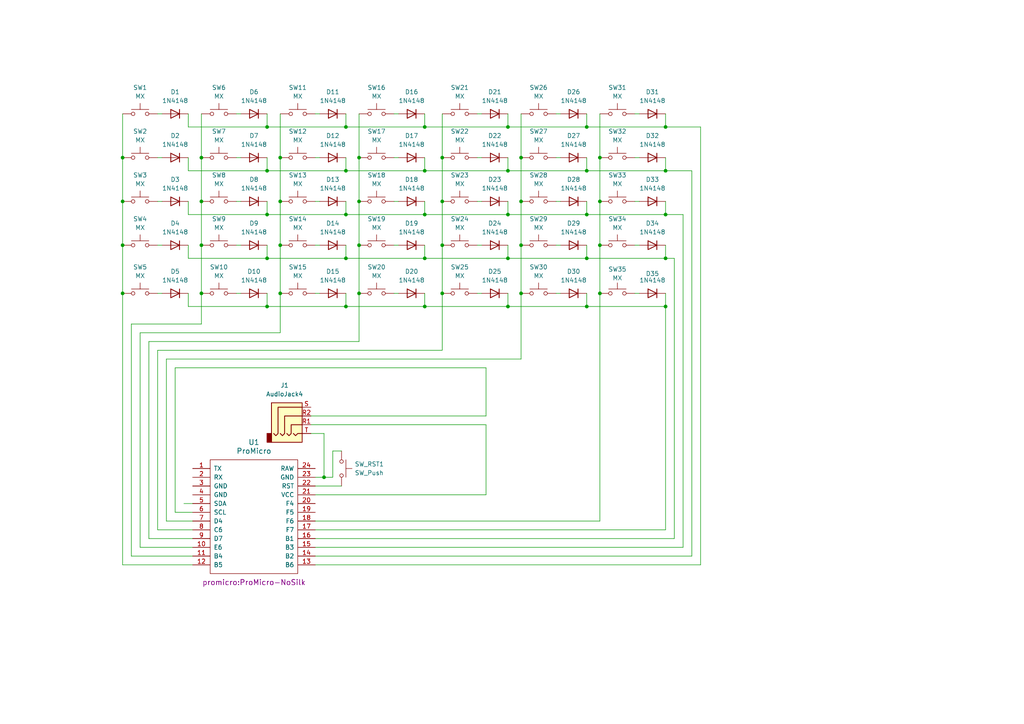
<source format=kicad_sch>
(kicad_sch (version 20230121) (generator eeschema)
  (paper "A4")
  (lib_symbols
    (symbol "Connector_Audio:AudioJack4"
      (property "Reference" "J" (at 0 8.89 0))
      (property "Value" "AudioJack4" (at 0 6.35 0))
      (symbol "AudioJack4_0_1"
        (rectangle (start -6.35 -5.08) (end -7.62 -7.62) (stroke (width 0.254)) (fill (type outline)))
        (polyline (pts (xy 0 -5.08) (xy 0.635 -5.715) (xy 1.27 -5.08) (xy 2.54 -5.08)) (stroke (width 0.254)))
        (polyline (pts (xy -5.715 -5.08) (xy -5.08 -5.715) (xy -4.445 -5.08) (xy -4.445 2.54) (xy 2.54 2.54)) (stroke (width 0.254)))
        (polyline (pts (xy -1.905 -5.08) (xy -1.27 -5.715) (xy -0.635 -5.08) (xy -0.635 -2.54) (xy 2.54 -2.54)) (stroke (width 0.254)))
        (polyline (pts (xy 2.54 0) (xy -2.54 0) (xy -2.54 -5.08) (xy -3.175 -5.715) (xy -3.81 -5.08)) (stroke (width 0.254)))
        (rectangle (start 2.54 3.81) (end -6.35 -7.62) (stroke (width 0.254)) (fill (type background)))
      )
      (symbol "AudioJack4_1_1"
        (pin passive line (at 5.08 -2.54 180) (length 2.54) (name "~") (number "R1"))
        (pin passive line (at 5.08 0 180) (length 2.54) (name "~") (number "R2"))
        (pin passive line (at 5.08 2.54 180) (length 2.54) (name "~") (number "S"))
        (pin passive line (at 5.08 -5.08 180) (length 2.54) (name "~") (number "T"))
      )
    )
    (symbol "Diode:1N4148" (pin_numbers hide) (pin_names hide)
      (property "Reference" "D" (at 0 2.54 0))
      (property "Value" "1N4148" (at 0 -2.54 0))
      (symbol "1N4148_0_1"
        (polyline (pts (xy -1.27 1.27) (xy -1.27 -1.27)) (stroke (width 0.254)))
        (polyline (pts (xy 1.27 0) (xy -1.27 0)))
        (polyline (pts (xy 1.27 1.27) (xy 1.27 -1.27) (xy -1.27 0) (xy 1.27 1.27)) (stroke (width 0.254)))
      )
      (symbol "1N4148_1_1"
        (pin passive line (at -3.81 0 0) (length 2.54) (name "K") (number "1"))
        (pin passive line (at 3.81 0 180) (length 2.54) (name "A") (number "2"))
      )
    )
    (symbol "Switch:SW_Push" (pin_numbers hide) (pin_names (offset 1.016) hide)
      (property "Reference" "SW" (at 1.27 2.54 0))
      (property "Value" "SW_Push" (at 0 -1.524 0))
      (symbol "SW_Push_0_1"
        (circle (center -2.032 0) (radius 0.508))
        (polyline (pts (xy 0 1.27) (xy 0 3.048)))
        (polyline (pts (xy 2.54 1.27) (xy -2.54 1.27)))
        (circle (center 2.032 0) (radius 0.508))
        (pin passive line (at -5.08 0 0) (length 2.54) (name "1") (number "1"))
        (pin passive line (at 5.08 0 180) (length 2.54) (name "2") (number "2"))
      )
    )
    (symbol "promicro:ProMicro" (pin_names (offset 1.016))
      (property "Reference" "U" (at 0 24.13 0))
      (property "Value" "ProMicro" (at 0 -13.97 0))
      (symbol "ProMicro_0_1"
        (rectangle (start -12.7 21.59) (end 12.7 -11.43))
      )
      (symbol "ProMicro_1_1"
        (pin bidirectional line (at -17.78 19.05 0) (length 5.08) (name "TX") (number "1"))
        (pin bidirectional line (at -17.78 -3.81 0) (length 5.08) (name "E6") (number "10"))
        (pin bidirectional line (at -17.78 -6.35 0) (length 5.08) (name "B4") (number "11"))
        (pin bidirectional line (at -17.78 -8.89 0) (length 5.08) (name "B5") (number "12"))
        (pin bidirectional line (at 17.78 -8.89 180) (length 5.08) (name "B6") (number "13"))
        (pin bidirectional line (at 17.78 -6.35 180) (length 5.08) (name "B2") (number "14"))
        (pin bidirectional line (at 17.78 -3.81 180) (length 5.08) (name "B3") (number "15"))
        (pin bidirectional line (at 17.78 -1.27 180) (length 5.08) (name "B1") (number "16"))
        (pin bidirectional line (at 17.78 1.27 180) (length 5.08) (name "F7") (number "17"))
        (pin bidirectional line (at 17.78 3.81 180) (length 5.08) (name "F6") (number "18"))
        (pin bidirectional line (at 17.78 6.35 180) (length 5.08) (name "F5") (number "19"))
        (pin bidirectional line (at -17.78 16.51 0) (length 5.08) (name "RX") (number "2"))
        (pin bidirectional line (at 17.78 8.89 180) (length 5.08) (name "F4") (number "20"))
        (pin power_in line (at 17.78 11.43 180) (length 5.08) (name "VCC") (number "21"))
        (pin input line (at 17.78 13.97 180) (length 5.08) (name "RST") (number "22"))
        (pin power_in line (at 17.78 16.51 180) (length 5.08) (name "GND") (number "23"))
        (pin power_out line (at 17.78 19.05 180) (length 5.08) (name "RAW") (number "24"))
        (pin power_in line (at -17.78 13.97 0) (length 5.08) (name "GND") (number "3"))
        (pin power_in line (at -17.78 11.43 0) (length 5.08) (name "GND") (number "4"))
        (pin bidirectional line (at -17.78 8.89 0) (length 5.08) (name "SDA") (number "5"))
        (pin bidirectional line (at -17.78 6.35 0) (length 5.08) (name "SCL") (number "6"))
        (pin bidirectional line (at -17.78 3.81 0) (length 5.08) (name "D4") (number "7"))
        (pin bidirectional line (at -17.78 1.27 0) (length 5.08) (name "C6") (number "8"))
        (pin bidirectional line (at -17.78 -1.27 0) (length 5.08) (name "D7") (number "9"))
      )
    )
  )
  (junction (at 104.14 85.09))
  (junction (at 128.27 71.12))
  (junction (at 58.42 45.72))
  (junction (at 170.18 49.53))
  (junction (at 193.04 49.53))
  (junction (at 100.33 49.53))
  (junction (at 104.14 45.72))
  (junction (at 81.28 71.12))
  (junction (at 151.13 85.09))
  (junction (at 193.04 36.83))
  (junction (at 151.13 71.12))
  (junction (at 58.42 71.12))
  (junction (at 147.32 88.9))
  (junction (at 100.33 74.93))
  (junction (at 147.32 62.23))
  (junction (at 104.14 71.12))
  (junction (at 123.19 62.23))
  (junction (at 170.18 88.9))
  (junction (at 77.47 74.93))
  (junction (at 123.19 88.9))
  (junction (at 100.33 88.9))
  (junction (at 100.33 62.23))
  (junction (at 81.28 45.72))
  (junction (at 147.32 36.83))
  (junction (at 104.14 58.42))
  (junction (at 35.56 85.09))
  (junction (at 193.04 62.23))
  (junction (at 123.19 36.83))
  (junction (at 193.04 74.93))
  (junction (at 58.42 58.42))
  (junction (at 170.18 36.83))
  (junction (at 173.99 58.42))
  (junction (at 35.56 45.72))
  (junction (at 147.32 49.53))
  (junction (at 77.47 49.53))
  (junction (at 128.27 45.72))
  (junction (at 170.18 74.93))
  (junction (at 151.13 58.42))
  (junction (at 173.99 71.12))
  (junction (at 81.28 58.42))
  (junction (at 173.99 85.09))
  (junction (at 170.18 62.23))
  (junction (at 147.32 74.93))
  (junction (at 151.13 45.72))
  (junction (at 77.47 62.23))
  (junction (at 35.56 71.12))
  (junction (at 77.47 88.9))
  (junction (at 77.47 36.83))
  (junction (at 128.27 85.09))
  (junction (at 193.04 88.9))
  (junction (at 123.19 74.93))
  (junction (at 123.19 49.53))
  (junction (at 35.56 58.42))
  (junction (at 173.99 45.72))
  (junction (at 81.28 85.09))
  (junction (at 93.98 138.43))
  (junction (at 58.42 85.09))
  (junction (at 128.27 58.42))
  (junction (at 100.33 36.83))
  (wire (pts (xy 195.58 74.93) (xy 195.58 156.21)))
  (wire (pts (xy 198.12 62.23) (xy 198.12 158.75)))
  (wire (pts (xy 54.61 85.09) (xy 54.61 88.9)))
  (wire (pts (xy 35.56 71.12) (xy 35.56 85.09)))
  (wire (pts (xy 203.2 36.83) (xy 203.2 163.83)))
  (wire (pts (xy 68.58 33.02) (xy 69.85 33.02)))
  (wire (pts (xy 81.28 45.72) (xy 81.28 58.42)))
  (wire (pts (xy 193.04 71.12) (xy 193.04 74.93)))
  (wire (pts (xy 193.04 88.9) (xy 193.04 153.67)))
  (wire (pts (xy 50.8 148.59) (xy 50.8 106.68)))
  (wire (pts (xy 140.97 143.51) (xy 140.97 123.19)))
  (wire (pts (xy 77.47 58.42) (xy 77.47 62.23)))
  (wire (pts (xy 161.29 33.02) (xy 162.56 33.02)))
  (wire (pts (xy 100.33 58.42) (xy 100.33 62.23)))
  (wire (pts (xy 48.26 151.13) (xy 55.88 151.13)))
  (wire (pts (xy 173.99 85.09) (xy 173.99 151.13)))
  (wire (pts (xy 68.58 85.09) (xy 69.85 85.09)))
  (wire (pts (xy 138.43 45.72) (xy 139.7 45.72)))
  (wire (pts (xy 184.15 85.09) (xy 185.42 85.09)))
  (wire (pts (xy 151.13 33.02) (xy 151.13 45.72)))
  (wire (pts (xy 170.18 62.23) (xy 193.04 62.23)))
  (wire (pts (xy 68.58 71.12) (xy 69.85 71.12)))
  (wire (pts (xy 48.26 104.14) (xy 151.13 104.14)))
  (wire (pts (xy 100.33 36.83) (xy 123.19 36.83)))
  (wire (pts (xy 81.28 71.12) (xy 81.28 85.09)))
  (wire (pts (xy 81.28 58.42) (xy 81.28 71.12)))
  (wire (pts (xy 147.32 36.83) (xy 170.18 36.83)))
  (wire (pts (xy 151.13 104.14) (xy 151.13 85.09)))
  (wire (pts (xy 170.18 45.72) (xy 170.18 49.53)))
  (wire (pts (xy 173.99 33.02) (xy 173.99 45.72)))
  (wire (pts (xy 91.44 58.42) (xy 92.71 58.42)))
  (wire (pts (xy 114.3 85.09) (xy 115.57 85.09)))
  (wire (pts (xy 193.04 45.72) (xy 193.04 49.53)))
  (wire (pts (xy 38.1 93.98) (xy 58.42 93.98)))
  (wire (pts (xy 58.42 71.12) (xy 58.42 85.09)))
  (wire (pts (xy 147.32 62.23) (xy 123.19 62.23)))
  (wire (pts (xy 147.32 58.42) (xy 147.32 62.23)))
  (wire (pts (xy 55.88 153.67) (xy 45.72 153.67)))
  (wire (pts (xy 45.72 45.72) (xy 46.99 45.72)))
  (wire (pts (xy 91.44 45.72) (xy 92.71 45.72)))
  (wire (pts (xy 114.3 58.42) (xy 115.57 58.42)))
  (wire (pts (xy 91.44 138.43) (xy 93.98 138.43)))
  (wire (pts (xy 58.42 93.98) (xy 58.42 85.09)))
  (wire (pts (xy 147.32 45.72) (xy 147.32 49.53)))
  (wire (pts (xy 170.18 36.83) (xy 193.04 36.83)))
  (wire (pts (xy 40.64 158.75) (xy 40.64 96.52)))
  (wire (pts (xy 161.29 71.12) (xy 162.56 71.12)))
  (wire (pts (xy 91.44 85.09) (xy 92.71 85.09)))
  (wire (pts (xy 151.13 85.09) (xy 151.13 71.12)))
  (wire (pts (xy 147.32 85.09) (xy 147.32 88.9)))
  (wire (pts (xy 81.28 33.02) (xy 81.28 45.72)))
  (wire (pts (xy 100.33 62.23) (xy 77.47 62.23)))
  (wire (pts (xy 91.44 33.02) (xy 92.71 33.02)))
  (wire (pts (xy 91.44 156.21) (xy 195.58 156.21)))
  (wire (pts (xy 38.1 161.29) (xy 38.1 93.98)))
  (wire (pts (xy 35.56 45.72) (xy 35.56 58.42)))
  (wire (pts (xy 193.04 36.83) (xy 203.2 36.83)))
  (wire (pts (xy 68.58 45.72) (xy 69.85 45.72)))
  (wire (pts (xy 77.47 33.02) (xy 77.47 36.83)))
  (wire (pts (xy 93.98 125.73) (xy 90.17 125.73)))
  (wire (pts (xy 45.72 101.6) (xy 128.27 101.6)))
  (wire (pts (xy 54.61 45.72) (xy 54.61 49.53)))
  (wire (pts (xy 161.29 45.72) (xy 162.56 45.72)))
  (wire (pts (xy 54.61 74.93) (xy 54.61 71.12)))
  (wire (pts (xy 193.04 74.93) (xy 170.18 74.93)))
  (wire (pts (xy 123.19 36.83) (xy 147.32 36.83)))
  (wire (pts (xy 104.14 45.72) (xy 104.14 58.42)))
  (wire (pts (xy 100.33 85.09) (xy 100.33 88.9)))
  (wire (pts (xy 54.61 36.83) (xy 77.47 36.83)))
  (wire (pts (xy 58.42 33.02) (xy 58.42 45.72)))
  (wire (pts (xy 123.19 71.12) (xy 123.19 74.93)))
  (wire (pts (xy 147.32 33.02) (xy 147.32 36.83)))
  (wire (pts (xy 55.88 156.21) (xy 43.18 156.21)))
  (wire (pts (xy 193.04 33.02) (xy 193.04 36.83)))
  (wire (pts (xy 173.99 71.12) (xy 173.99 58.42)))
  (wire (pts (xy 123.19 74.93) (xy 100.33 74.93)))
  (wire (pts (xy 123.19 45.72) (xy 123.19 49.53)))
  (wire (pts (xy 193.04 62.23) (xy 198.12 62.23)))
  (wire (pts (xy 35.56 33.02) (xy 35.56 45.72)))
  (wire (pts (xy 138.43 33.02) (xy 139.7 33.02)))
  (wire (pts (xy 45.72 33.02) (xy 46.99 33.02)))
  (wire (pts (xy 45.72 71.12) (xy 46.99 71.12)))
  (wire (pts (xy 123.19 49.53) (xy 147.32 49.53)))
  (wire (pts (xy 91.44 143.51) (xy 140.97 143.51)))
  (wire (pts (xy 140.97 106.68) (xy 140.97 120.65)))
  (wire (pts (xy 77.47 88.9) (xy 54.61 88.9)))
  (wire (pts (xy 173.99 151.13) (xy 91.44 151.13)))
  (wire (pts (xy 193.04 49.53) (xy 200.66 49.53)))
  (wire (pts (xy 40.64 96.52) (xy 81.28 96.52)))
  (wire (pts (xy 123.19 33.02) (xy 123.19 36.83)))
  (wire (pts (xy 100.33 49.53) (xy 123.19 49.53)))
  (wire (pts (xy 123.19 58.42) (xy 123.19 62.23)))
  (wire (pts (xy 91.44 140.97) (xy 99.06 140.97)))
  (wire (pts (xy 147.32 62.23) (xy 170.18 62.23)))
  (wire (pts (xy 123.19 85.09) (xy 123.19 88.9)))
  (wire (pts (xy 35.56 163.83) (xy 55.88 163.83)))
  (wire (pts (xy 138.43 58.42) (xy 139.7 58.42)))
  (wire (pts (xy 170.18 58.42) (xy 170.18 62.23)))
  (wire (pts (xy 96.52 130.81) (xy 99.06 130.81)))
  (wire (pts (xy 128.27 33.02) (xy 128.27 45.72)))
  (wire (pts (xy 114.3 45.72) (xy 115.57 45.72)))
  (wire (pts (xy 138.43 71.12) (xy 139.7 71.12)))
  (wire (pts (xy 184.15 71.12) (xy 185.42 71.12)))
  (wire (pts (xy 193.04 88.9) (xy 170.18 88.9)))
  (wire (pts (xy 91.44 153.67) (xy 193.04 153.67)))
  (wire (pts (xy 170.18 49.53) (xy 193.04 49.53)))
  (wire (pts (xy 77.47 45.72) (xy 77.47 49.53)))
  (wire (pts (xy 128.27 101.6) (xy 128.27 85.09)))
  (wire (pts (xy 104.14 71.12) (xy 104.14 85.09)))
  (wire (pts (xy 58.42 58.42) (xy 58.42 71.12)))
  (wire (pts (xy 147.32 49.53) (xy 170.18 49.53)))
  (wire (pts (xy 100.33 74.93) (xy 77.47 74.93)))
  (wire (pts (xy 100.33 33.02) (xy 100.33 36.83)))
  (wire (pts (xy 161.29 58.42) (xy 162.56 58.42)))
  (wire (pts (xy 100.33 88.9) (xy 77.47 88.9)))
  (wire (pts (xy 55.88 148.59) (xy 50.8 148.59)))
  (wire (pts (xy 35.56 85.09) (xy 35.56 163.83)))
  (wire (pts (xy 43.18 156.21) (xy 43.18 99.06)))
  (wire (pts (xy 55.88 161.29) (xy 38.1 161.29)))
  (wire (pts (xy 170.18 88.9) (xy 147.32 88.9)))
  (wire (pts (xy 200.66 49.53) (xy 200.66 161.29)))
  (wire (pts (xy 173.99 71.12) (xy 173.99 85.09)))
  (wire (pts (xy 147.32 88.9) (xy 123.19 88.9)))
  (wire (pts (xy 45.72 85.09) (xy 46.99 85.09)))
  (wire (pts (xy 54.61 33.02) (xy 54.61 36.83)))
  (wire (pts (xy 91.44 158.75) (xy 198.12 158.75)))
  (wire (pts (xy 58.42 45.72) (xy 58.42 58.42)))
  (wire (pts (xy 100.33 45.72) (xy 100.33 49.53)))
  (wire (pts (xy 55.88 146.05) (xy 53.34 146.05)))
  (wire (pts (xy 93.98 138.43) (xy 93.98 125.73)))
  (wire (pts (xy 45.72 58.42) (xy 46.99 58.42)))
  (wire (pts (xy 123.19 62.23) (xy 100.33 62.23)))
  (wire (pts (xy 77.47 49.53) (xy 100.33 49.53)))
  (wire (pts (xy 170.18 71.12) (xy 170.18 74.93)))
  (wire (pts (xy 193.04 85.09) (xy 193.04 88.9)))
  (wire (pts (xy 100.33 71.12) (xy 100.33 74.93)))
  (wire (pts (xy 151.13 45.72) (xy 151.13 58.42)))
  (wire (pts (xy 123.19 88.9) (xy 100.33 88.9)))
  (wire (pts (xy 43.18 99.06) (xy 104.14 99.06)))
  (wire (pts (xy 170.18 33.02) (xy 170.18 36.83)))
  (wire (pts (xy 128.27 45.72) (xy 128.27 58.42)))
  (wire (pts (xy 151.13 58.42) (xy 151.13 71.12)))
  (wire (pts (xy 90.17 120.65) (xy 140.97 120.65)))
  (wire (pts (xy 68.58 58.42) (xy 69.85 58.42)))
  (wire (pts (xy 50.8 106.68) (xy 140.97 106.68)))
  (wire (pts (xy 128.27 71.12) (xy 128.27 85.09)))
  (wire (pts (xy 54.61 62.23) (xy 54.61 58.42)))
  (wire (pts (xy 77.47 36.83) (xy 100.33 36.83)))
  (wire (pts (xy 170.18 85.09) (xy 170.18 88.9)))
  (wire (pts (xy 77.47 74.93) (xy 54.61 74.93)))
  (wire (pts (xy 35.56 58.42) (xy 35.56 71.12)))
  (wire (pts (xy 55.88 158.75) (xy 40.64 158.75)))
  (wire (pts (xy 91.44 163.83) (xy 203.2 163.83)))
  (wire (pts (xy 193.04 58.42) (xy 193.04 62.23)))
  (wire (pts (xy 77.47 85.09) (xy 77.47 88.9)))
  (wire (pts (xy 114.3 71.12) (xy 115.57 71.12)))
  (wire (pts (xy 184.15 33.02) (xy 185.42 33.02)))
  (wire (pts (xy 91.44 161.29) (xy 200.66 161.29)))
  (wire (pts (xy 77.47 62.23) (xy 54.61 62.23)))
  (wire (pts (xy 161.29 85.09) (xy 162.56 85.09)))
  (wire (pts (xy 91.44 71.12) (xy 92.71 71.12)))
  (wire (pts (xy 114.3 33.02) (xy 115.57 33.02)))
  (wire (pts (xy 48.26 104.14) (xy 48.26 151.13)))
  (wire (pts (xy 54.61 49.53) (xy 77.47 49.53)))
  (wire (pts (xy 195.58 74.93) (xy 193.04 74.93)))
  (wire (pts (xy 81.28 96.52) (xy 81.28 85.09)))
  (wire (pts (xy 184.15 45.72) (xy 185.42 45.72)))
  (wire (pts (xy 147.32 71.12) (xy 147.32 74.93)))
  (wire (pts (xy 173.99 58.42) (xy 173.99 45.72)))
  (wire (pts (xy 128.27 58.42) (xy 128.27 71.12)))
  (wire (pts (xy 93.98 138.43) (xy 96.52 138.43)))
  (wire (pts (xy 104.14 58.42) (xy 104.14 71.12)))
  (wire (pts (xy 45.72 153.67) (xy 45.72 101.6)))
  (wire (pts (xy 170.18 74.93) (xy 147.32 74.93)))
  (wire (pts (xy 140.97 123.19) (xy 90.17 123.19)))
  (wire (pts (xy 77.47 71.12) (xy 77.47 74.93)))
  (wire (pts (xy 184.15 58.42) (xy 185.42 58.42)))
  (wire (pts (xy 104.14 99.06) (xy 104.14 85.09)))
  (wire (pts (xy 138.43 85.09) (xy 139.7 85.09)))
  (wire (pts (xy 104.14 33.02) (xy 104.14 45.72)))
  (wire (pts (xy 147.32 74.93) (xy 123.19 74.93)))
  (wire (pts (xy 96.52 138.43) (xy 96.52 130.81)))
  (symbol (lib_id "Diode:1N4148") (at 119.38 71.12 0) (mirror y) (unit 1)
    (property "Reference" "D19" (at 119.38 64.77 0))
    (property "Value" "1N4148" (at 119.38 67.31 0))
    (property "Footprint" "Diode_THT:D_DO-35_SOD27_P7.62mm_Horizontal" (effects hide))
    (property "Datasheet" "https://assets.nexperia.com/documents/data-sheet/1N4148_1N4448.pdf" (effects hide))
    (property "Sim.Device" "D" (effects hide))
    (property "Sim.Pins" "1=K 2=A" (effects hide))
  )
  (symbol (lib_id "Switch:SW_Push") (at 40.64 85.09 0) (mirror y) (unit 1)
    (property "Reference" "SW5" (at 40.64 77.47 0))
    (property "Value" "MX" (at 40.64 80.01 0))
    (property "Footprint" "Button_Switch_Keyboard:SW_Cherry_MX_1.00u_PCB" (effects hide))
  )
  (symbol (lib_id "Diode:1N4148") (at 50.8 85.09 0) (mirror y) (unit 1)
    (property "Reference" "D5" (at 50.8 78.74 0))
    (property "Value" "1N4148" (at 50.8 81.28 0))
    (property "Footprint" "Diode_THT:D_DO-35_SOD27_P7.62mm_Horizontal" (effects hide))
    (property "Datasheet" "https://assets.nexperia.com/documents/data-sheet/1N4148_1N4448.pdf" (effects hide))
    (property "Sim.Device" "D" (effects hide))
    (property "Sim.Pins" "1=K 2=A" (effects hide))
  )
  (symbol (lib_id "Switch:SW_Push") (at 133.35 58.42 0) (mirror y) (unit 1)
    (property "Reference" "SW23" (at 133.35 50.8 0))
    (property "Value" "MX" (at 133.35 53.34 0))
    (property "Footprint" "Button_Switch_Keyboard:SW_Cherry_MX_1.00u_PCB" (effects hide))
  )
  (symbol (lib_id "Switch:SW_Push") (at 156.21 45.72 0) (mirror y) (unit 1)
    (property "Reference" "SW27" (at 156.21 38.1 0))
    (property "Value" "MX" (at 156.21 40.64 0))
    (property "Footprint" "Button_Switch_Keyboard:SW_Cherry_MX_1.00u_PCB" (effects hide))
  )
  (symbol (lib_id "Switch:SW_Push") (at 133.35 71.12 0) (mirror y) (unit 1)
    (property "Reference" "SW24" (at 133.35 63.5 0))
    (property "Value" "MX" (at 133.35 66.04 0))
    (property "Footprint" "Button_Switch_Keyboard:SW_Cherry_MX_1.00u_PCB" (effects hide))
  )
  (symbol (lib_id "Diode:1N4148") (at 166.37 33.02 0) (mirror y) (unit 1)
    (property "Reference" "D26" (at 166.37 26.67 0))
    (property "Value" "1N4148" (at 166.37 29.21 0))
    (property "Footprint" "Diode_THT:D_DO-35_SOD27_P7.62mm_Horizontal" (effects hide))
    (property "Datasheet" "https://assets.nexperia.com/documents/data-sheet/1N4148_1N4448.pdf" (effects hide))
    (property "Sim.Device" "D" (effects hide))
    (property "Sim.Pins" "1=K 2=A" (effects hide))
  )
  (symbol (lib_id "Switch:SW_Push") (at 156.21 71.12 0) (mirror y) (unit 1)
    (property "Reference" "SW29" (at 156.21 63.5 0))
    (property "Value" "MX" (at 156.21 66.04 0))
    (property "Footprint" "Button_Switch_Keyboard:SW_Cherry_MX_1.00u_PCB" (effects hide))
  )
  (symbol (lib_id "Connector_Audio:AudioJack4") (at 85.09 120.65 0) (unit 1)
    (property "Reference" "J1" (at 82.55 111.76 0))
    (property "Value" "AudioJack4" (at 82.55 114.3 0))
    (property "Footprint" "project-components:Jack breakout board" (effects hide))
  )
  (symbol (lib_id "Switch:SW_Push") (at 179.07 45.72 0) (mirror y) (unit 1)
    (property "Reference" "SW32" (at 179.07 38.1 0))
    (property "Value" "MX" (at 179.07 40.64 0))
    (property "Footprint" "Button_Switch_Keyboard:SW_Cherry_MX_1.00u_PCB" (effects hide))
  )
  (symbol (lib_id "Diode:1N4148") (at 96.52 45.72 0) (mirror y) (unit 1)
    (property "Reference" "D12" (at 96.52 39.37 0))
    (property "Value" "1N4148" (at 96.52 41.91 0))
    (property "Footprint" "Diode_THT:D_DO-35_SOD27_P7.62mm_Horizontal" (effects hide))
    (property "Datasheet" "https://assets.nexperia.com/documents/data-sheet/1N4148_1N4448.pdf" (effects hide))
    (property "Sim.Device" "D" (effects hide))
    (property "Sim.Pins" "1=K 2=A" (effects hide))
  )
  (symbol (lib_id "Diode:1N4148") (at 119.38 33.02 0) (mirror y) (unit 1)
    (property "Reference" "D16" (at 119.38 26.67 0))
    (property "Value" "1N4148" (at 119.38 29.21 0))
    (property "Footprint" "Diode_THT:D_DO-35_SOD27_P7.62mm_Horizontal" (effects hide))
    (property "Datasheet" "https://assets.nexperia.com/documents/data-sheet/1N4148_1N4448.pdf" (effects hide))
    (property "Sim.Device" "D" (effects hide))
    (property "Sim.Pins" "1=K 2=A" (effects hide))
  )
  (symbol (lib_id "Switch:SW_Push") (at 99.06 135.89 270) (unit 1)
    (property "Reference" "SW_RST1" (at 102.87 134.62 90) (effects (justify left)))
    (property "Value" "SW_Push" (at 102.87 137.16 90) (effects (justify left)))
    (property "Footprint" "Button_Switch_THT:SW_PUSH_6mm" (effects hide))
  )
  (symbol (lib_id "Switch:SW_Push") (at 133.35 85.09 0) (mirror y) (unit 1)
    (property "Reference" "SW25" (at 133.35 77.47 0))
    (property "Value" "MX" (at 133.35 80.01 0))
    (property "Footprint" "Button_Switch_Keyboard:SW_Cherry_MX_1.00u_PCB" (effects hide))
  )
  (symbol (lib_id "Diode:1N4148") (at 73.66 71.12 0) (mirror y) (unit 1)
    (property "Reference" "D9" (at 73.66 64.77 0))
    (property "Value" "1N4148" (at 73.66 67.31 0))
    (property "Footprint" "Diode_THT:D_DO-35_SOD27_P7.62mm_Horizontal" (effects hide))
    (property "Datasheet" "https://assets.nexperia.com/documents/data-sheet/1N4148_1N4448.pdf" (effects hide))
    (property "Sim.Device" "D" (effects hide))
    (property "Sim.Pins" "1=K 2=A" (effects hide))
  )
  (symbol (lib_id "Diode:1N4148") (at 50.8 33.02 0) (mirror y) (unit 1)
    (property "Reference" "D1" (at 50.8 26.67 0))
    (property "Value" "1N4148" (at 50.8 29.21 0))
    (property "Footprint" "Diode_THT:D_DO-35_SOD27_P7.62mm_Horizontal" (effects hide))
    (property "Datasheet" "https://assets.nexperia.com/documents/data-sheet/1N4148_1N4448.pdf" (effects hide))
    (property "Sim.Device" "D" (effects hide))
    (property "Sim.Pins" "1=K 2=A" (effects hide))
  )
  (symbol (lib_id "Diode:1N4148") (at 166.37 45.72 0) (mirror y) (unit 1)
    (property "Reference" "D27" (at 166.37 39.37 0))
    (property "Value" "1N4148" (at 166.37 41.91 0))
    (property "Footprint" "Diode_THT:D_DO-35_SOD27_P7.62mm_Horizontal" (effects hide))
    (property "Datasheet" "https://assets.nexperia.com/documents/data-sheet/1N4148_1N4448.pdf" (effects hide))
    (property "Sim.Device" "D" (effects hide))
    (property "Sim.Pins" "1=K 2=A" (effects hide))
  )
  (symbol (lib_id "Diode:1N4148") (at 96.52 33.02 0) (mirror y) (unit 1)
    (property "Reference" "D11" (at 96.52 26.67 0))
    (property "Value" "1N4148" (at 96.52 29.21 0))
    (property "Footprint" "Diode_THT:D_DO-35_SOD27_P7.62mm_Horizontal" (effects hide))
    (property "Datasheet" "https://assets.nexperia.com/documents/data-sheet/1N4148_1N4448.pdf" (effects hide))
    (property "Sim.Device" "D" (effects hide))
    (property "Sim.Pins" "1=K 2=A" (effects hide))
  )
  (symbol (lib_id "Diode:1N4148") (at 143.51 85.09 0) (mirror y) (unit 1)
    (property "Reference" "D25" (at 143.51 78.74 0))
    (property "Value" "1N4148" (at 143.51 81.28 0))
    (property "Footprint" "Diode_THT:D_DO-35_SOD27_P7.62mm_Horizontal" (effects hide))
    (property "Datasheet" "https://assets.nexperia.com/documents/data-sheet/1N4148_1N4448.pdf" (effects hide))
    (property "Sim.Device" "D" (effects hide))
    (property "Sim.Pins" "1=K 2=A" (effects hide))
  )
  (symbol (lib_id "Switch:SW_Push") (at 109.22 45.72 0) (mirror y) (unit 1)
    (property "Reference" "SW17" (at 109.22 38.1 0))
    (property "Value" "MX" (at 109.22 40.64 0))
    (property "Footprint" "Button_Switch_Keyboard:SW_Cherry_MX_1.00u_PCB" (effects hide))
  )
  (symbol (lib_id "Diode:1N4148") (at 166.37 85.09 0) (mirror y) (unit 1)
    (property "Reference" "D30" (at 166.37 78.74 0))
    (property "Value" "1N4148" (at 166.37 81.28 0))
    (property "Footprint" "Diode_THT:D_DO-35_SOD27_P7.62mm_Horizontal" (effects hide))
    (property "Datasheet" "https://assets.nexperia.com/documents/data-sheet/1N4148_1N4448.pdf" (effects hide))
    (property "Sim.Device" "D" (effects hide))
    (property "Sim.Pins" "1=K 2=A" (effects hide))
  )
  (symbol (lib_id "Switch:SW_Push") (at 133.35 33.02 0) (mirror y) (unit 1)
    (property "Reference" "SW21" (at 133.35 25.4 0))
    (property "Value" "MX" (at 133.35 27.94 0))
    (property "Footprint" "Button_Switch_Keyboard:SW_Cherry_MX_1.00u_PCB" (effects hide))
  )
  (symbol (lib_id "Diode:1N4148") (at 166.37 58.42 0) (mirror y) (unit 1)
    (property "Reference" "D28" (at 166.37 52.07 0))
    (property "Value" "1N4148" (at 166.37 54.61 0))
    (property "Footprint" "Diode_THT:D_DO-35_SOD27_P7.62mm_Horizontal" (effects hide))
    (property "Datasheet" "https://assets.nexperia.com/documents/data-sheet/1N4148_1N4448.pdf" (effects hide))
    (property "Sim.Device" "D" (effects hide))
    (property "Sim.Pins" "1=K 2=A" (effects hide))
  )
  (symbol (lib_id "Switch:SW_Push") (at 63.5 71.12 0) (mirror y) (unit 1)
    (property "Reference" "SW9" (at 63.5 63.5 0))
    (property "Value" "MX" (at 63.5 66.04 0))
    (property "Footprint" "Button_Switch_Keyboard:SW_Cherry_MX_1.00u_PCB" (effects hide))
  )
  (symbol (lib_id "Switch:SW_Push") (at 156.21 85.09 0) (mirror y) (unit 1)
    (property "Reference" "SW30" (at 156.21 77.47 0))
    (property "Value" "MX" (at 156.21 80.01 0))
    (property "Footprint" "Button_Switch_Keyboard:SW_Cherry_MX_1.00u_PCB" (effects hide))
  )
  (symbol (lib_id "Diode:1N4148") (at 189.23 58.42 0) (mirror y) (unit 1)
    (property "Reference" "D33" (at 189.23 52.07 0))
    (property "Value" "1N4148" (at 189.23 54.61 0))
    (property "Footprint" "Diode_THT:D_DO-35_SOD27_P7.62mm_Horizontal" (effects hide))
    (property "Datasheet" "https://assets.nexperia.com/documents/data-sheet/1N4148_1N4448.pdf" (effects hide))
    (property "Sim.Device" "D" (effects hide))
    (property "Sim.Pins" "1=K 2=A" (effects hide))
  )
  (symbol (lib_id "Switch:SW_Push") (at 86.36 85.09 0) (mirror y) (unit 1)
    (property "Reference" "SW15" (at 86.36 77.47 0))
    (property "Value" "MX" (at 86.36 80.01 0))
    (property "Footprint" "Button_Switch_Keyboard:SW_Cherry_MX_1.00u_PCB" (effects hide))
  )
  (symbol (lib_id "Diode:1N4148") (at 73.66 33.02 0) (mirror y) (unit 1)
    (property "Reference" "D6" (at 73.66 26.67 0))
    (property "Value" "1N4148" (at 73.66 29.21 0))
    (property "Footprint" "Diode_THT:D_DO-35_SOD27_P7.62mm_Horizontal" (effects hide))
    (property "Datasheet" "https://assets.nexperia.com/documents/data-sheet/1N4148_1N4448.pdf" (effects hide))
    (property "Sim.Device" "D" (effects hide))
    (property "Sim.Pins" "1=K 2=A" (effects hide))
  )
  (symbol (lib_id "Diode:1N4148") (at 189.23 71.12 0) (mirror y) (unit 1)
    (property "Reference" "D34" (at 189.23 64.77 0))
    (property "Value" "1N4148" (at 189.23 67.31 0))
    (property "Footprint" "Diode_THT:D_DO-35_SOD27_P7.62mm_Horizontal" (effects hide))
    (property "Datasheet" "https://assets.nexperia.com/documents/data-sheet/1N4148_1N4448.pdf" (effects hide))
    (property "Sim.Device" "D" (effects hide))
    (property "Sim.Pins" "1=K 2=A" (effects hide))
  )
  (symbol (lib_id "Switch:SW_Push") (at 133.35 45.72 0) (mirror y) (unit 1)
    (property "Reference" "SW22" (at 133.35 38.1 0))
    (property "Value" "MX" (at 133.35 40.64 0))
    (property "Footprint" "Button_Switch_Keyboard:SW_Cherry_MX_1.00u_PCB" (effects hide))
  )
  (symbol (lib_id "Switch:SW_Push") (at 179.07 33.02 0) (mirror y) (unit 1)
    (property "Reference" "SW31" (at 179.07 25.4 0))
    (property "Value" "MX" (at 179.07 27.94 0))
    (property "Footprint" "Button_Switch_Keyboard:SW_Cherry_MX_1.00u_PCB" (effects hide))
  )
  (symbol (lib_id "Switch:SW_Push") (at 109.22 85.09 0) (mirror y) (unit 1)
    (property "Reference" "SW20" (at 109.22 77.47 0))
    (property "Value" "MX" (at 109.22 80.01 0))
    (property "Footprint" "Button_Switch_Keyboard:SW_Cherry_MX_1.00u_PCB" (effects hide))
  )
  (symbol (lib_id "Diode:1N4148") (at 119.38 58.42 0) (mirror y) (unit 1)
    (property "Reference" "D18" (at 119.38 52.07 0))
    (property "Value" "1N4148" (at 119.38 54.61 0))
    (property "Footprint" "Diode_THT:D_DO-35_SOD27_P7.62mm_Horizontal" (effects hide))
    (property "Datasheet" "https://assets.nexperia.com/documents/data-sheet/1N4148_1N4448.pdf" (effects hide))
    (property "Sim.Device" "D" (effects hide))
    (property "Sim.Pins" "1=K 2=A" (effects hide))
  )
  (symbol (lib_id "Diode:1N4148") (at 143.51 45.72 0) (mirror y) (unit 1)
    (property "Reference" "D22" (at 143.51 39.37 0))
    (property "Value" "1N4148" (at 143.51 41.91 0))
    (property "Footprint" "Diode_THT:D_DO-35_SOD27_P7.62mm_Horizontal" (effects hide))
    (property "Datasheet" "https://assets.nexperia.com/documents/data-sheet/1N4148_1N4448.pdf" (effects hide))
    (property "Sim.Device" "D" (effects hide))
    (property "Sim.Pins" "1=K 2=A" (effects hide))
  )
  (symbol (lib_id "Diode:1N4148") (at 143.51 33.02 0) (mirror y) (unit 1)
    (property "Reference" "D21" (at 143.51 26.67 0))
    (property "Value" "1N4148" (at 143.51 29.21 0))
    (property "Footprint" "Diode_THT:D_DO-35_SOD27_P7.62mm_Horizontal" (effects hide))
    (property "Datasheet" "https://assets.nexperia.com/documents/data-sheet/1N4148_1N4448.pdf" (effects hide))
    (property "Sim.Device" "D" (effects hide))
    (property "Sim.Pins" "1=K 2=A" (effects hide))
  )
  (symbol (lib_id "Switch:SW_Push") (at 86.36 33.02 0) (mirror y) (unit 1)
    (property "Reference" "SW11" (at 86.36 25.4 0))
    (property "Value" "MX" (at 86.36 27.94 0))
    (property "Footprint" "Button_Switch_Keyboard:SW_Cherry_MX_1.00u_PCB" (effects hide))
  )
  (symbol (lib_id "Diode:1N4148") (at 166.37 71.12 0) (mirror y) (unit 1)
    (property "Reference" "D29" (at 166.37 64.77 0))
    (property "Value" "1N4148" (at 166.37 67.31 0))
    (property "Footprint" "Diode_THT:D_DO-35_SOD27_P7.62mm_Horizontal" (effects hide))
    (property "Datasheet" "https://assets.nexperia.com/documents/data-sheet/1N4148_1N4448.pdf" (effects hide))
    (property "Sim.Device" "D" (effects hide))
    (property "Sim.Pins" "1=K 2=A" (effects hide))
  )
  (symbol (lib_id "Switch:SW_Push") (at 86.36 45.72 0) (mirror y) (unit 1)
    (property "Reference" "SW12" (at 86.36 38.1 0))
    (property "Value" "MX" (at 86.36 40.64 0))
    (property "Footprint" "Button_Switch_Keyboard:SW_Cherry_MX_1.00u_PCB" (effects hide))
  )
  (symbol (lib_id "Diode:1N4148") (at 96.52 71.12 0) (mirror y) (unit 1)
    (property "Reference" "D14" (at 96.52 64.77 0))
    (property "Value" "1N4148" (at 96.52 67.31 0))
    (property "Footprint" "Diode_THT:D_DO-35_SOD27_P7.62mm_Horizontal" (effects hide))
    (property "Datasheet" "https://assets.nexperia.com/documents/data-sheet/1N4148_1N4448.pdf" (effects hide))
    (property "Sim.Device" "D" (effects hide))
    (property "Sim.Pins" "1=K 2=A" (effects hide))
  )
  (symbol (lib_id "Switch:SW_Push") (at 40.64 71.12 0) (mirror y) (unit 1)
    (property "Reference" "SW4" (at 40.64 63.5 0))
    (property "Value" "MX" (at 40.64 66.04 0))
    (property "Footprint" "Button_Switch_Keyboard:SW_Cherry_MX_1.00u_PCB" (effects hide))
  )
  (symbol (lib_id "Diode:1N4148") (at 189.23 45.72 0) (mirror y) (unit 1)
    (property "Reference" "D32" (at 189.23 39.37 0))
    (property "Value" "1N4148" (at 189.23 41.91 0))
    (property "Footprint" "Diode_THT:D_DO-35_SOD27_P7.62mm_Horizontal" (effects hide))
    (property "Datasheet" "https://assets.nexperia.com/documents/data-sheet/1N4148_1N4448.pdf" (effects hide))
    (property "Sim.Device" "D" (effects hide))
    (property "Sim.Pins" "1=K 2=A" (effects hide))
  )
  (symbol (lib_id "Diode:1N4148") (at 73.66 58.42 0) (mirror y) (unit 1)
    (property "Reference" "D8" (at 73.66 52.07 0))
    (property "Value" "1N4148" (at 73.66 54.61 0))
    (property "Footprint" "Diode_THT:D_DO-35_SOD27_P7.62mm_Horizontal" (effects hide))
    (property "Datasheet" "https://assets.nexperia.com/documents/data-sheet/1N4148_1N4448.pdf" (effects hide))
    (property "Sim.Device" "D" (effects hide))
    (property "Sim.Pins" "1=K 2=A" (effects hide))
  )
  (symbol (lib_id "Diode:1N4148") (at 119.38 45.72 0) (mirror y) (unit 1)
    (property "Reference" "D17" (at 119.38 39.37 0))
    (property "Value" "1N4148" (at 119.38 41.91 0))
    (property "Footprint" "Diode_THT:D_DO-35_SOD27_P7.62mm_Horizontal" (effects hide))
    (property "Datasheet" "https://assets.nexperia.com/documents/data-sheet/1N4148_1N4448.pdf" (effects hide))
    (property "Sim.Device" "D" (effects hide))
    (property "Sim.Pins" "1=K 2=A" (effects hide))
  )
  (symbol (lib_id "Switch:SW_Push") (at 86.36 71.12 0) (mirror y) (unit 1)
    (property "Reference" "SW14" (at 86.36 63.5 0))
    (property "Value" "MX" (at 86.36 66.04 0))
    (property "Footprint" "Button_Switch_Keyboard:SW_Cherry_MX_1.00u_PCB" (effects hide))
  )
  (symbol (lib_id "Diode:1N4148") (at 73.66 45.72 0) (mirror y) (unit 1)
    (property "Reference" "D7" (at 73.66 39.37 0))
    (property "Value" "1N4148" (at 73.66 41.91 0))
    (property "Footprint" "Diode_THT:D_DO-35_SOD27_P7.62mm_Horizontal" (effects hide))
    (property "Datasheet" "https://assets.nexperia.com/documents/data-sheet/1N4148_1N4448.pdf" (effects hide))
    (property "Sim.Device" "D" (effects hide))
    (property "Sim.Pins" "1=K 2=A" (effects hide))
  )
  (symbol (lib_id "Diode:1N4148") (at 143.51 58.42 0) (mirror y) (unit 1)
    (property "Reference" "D23" (at 143.51 52.07 0))
    (property "Value" "1N4148" (at 143.51 54.61 0))
    (property "Footprint" "Diode_THT:D_DO-35_SOD27_P7.62mm_Horizontal" (effects hide))
    (property "Datasheet" "https://assets.nexperia.com/documents/data-sheet/1N4148_1N4448.pdf" (effects hide))
    (property "Sim.Device" "D" (effects hide))
    (property "Sim.Pins" "1=K 2=A" (effects hide))
  )
  (symbol (lib_id "Switch:SW_Push") (at 63.5 33.02 0) (mirror y) (unit 1)
    (property "Reference" "SW6" (at 63.5 25.4 0))
    (property "Value" "MX" (at 63.5 27.94 0))
    (property "Footprint" "Button_Switch_Keyboard:SW_Cherry_MX_1.00u_PCB" (effects hide))
  )
  (symbol (lib_id "Diode:1N4148") (at 189.23 85.09 0) (mirror y) (unit 1)
    (property "Reference" "D35" (at 189.23 79.375 0))
    (property "Value" "1N4148" (at 189.23 81.28 0))
    (property "Footprint" "Diode_THT:D_DO-35_SOD27_P7.62mm_Horizontal" (effects hide))
    (property "Datasheet" "https://assets.nexperia.com/documents/data-sheet/1N4148_1N4448.pdf" (effects hide))
    (property "Sim.Device" "D" (effects hide))
    (property "Sim.Pins" "1=K 2=A" (effects hide))
  )
  (symbol (lib_id "Switch:SW_Push") (at 109.22 71.12 0) (mirror y) (unit 1)
    (property "Reference" "SW19" (at 109.22 63.5 0))
    (property "Value" "MX" (at 109.22 66.04 0))
    (property "Footprint" "Button_Switch_Keyboard:SW_Cherry_MX_1.00u_PCB" (effects hide))
  )
  (symbol (lib_id "Switch:SW_Push") (at 86.36 58.42 0) (mirror y) (unit 1)
    (property "Reference" "SW13" (at 86.36 50.8 0))
    (property "Value" "MX" (at 86.36 53.34 0))
    (property "Footprint" "Button_Switch_Keyboard:SW_Cherry_MX_1.00u_PCB" (effects hide))
  )
  (symbol (lib_id "Switch:SW_Push") (at 179.07 71.12 0) (mirror y) (unit 1)
    (property "Reference" "SW34" (at 179.07 63.5 0))
    (property "Value" "MX" (at 179.07 66.04 0))
    (property "Footprint" "Button_Switch_Keyboard:SW_Cherry_MX_1.00u_PCB" (effects hide))
  )
  (symbol (lib_id "Switch:SW_Push") (at 63.5 58.42 0) (mirror y) (unit 1)
    (property "Reference" "SW8" (at 63.5 50.8 0))
    (property "Value" "MX" (at 63.5 53.34 0))
    (property "Footprint" "Button_Switch_Keyboard:SW_Cherry_MX_1.00u_PCB" (effects hide))
  )
  (symbol (lib_id "Switch:SW_Push") (at 109.22 58.42 0) (mirror y) (unit 1)
    (property "Reference" "SW18" (at 109.22 50.8 0))
    (property "Value" "MX" (at 109.22 53.34 0))
    (property "Footprint" "Button_Switch_Keyboard:SW_Cherry_MX_1.00u_PCB" (effects hide))
  )
  (symbol (lib_id "Switch:SW_Push") (at 179.07 85.09 0) (mirror y) (unit 1)
    (property "Reference" "SW35" (at 179.07 78.105 0))
    (property "Value" "MX" (at 179.07 80.645 0))
    (property "Footprint" "Button_Switch_Keyboard:SW_Cherry_MX_1.00u_PCB" (effects hide))
  )
  (symbol (lib_id "Switch:SW_Push") (at 40.64 33.02 0) (mirror y) (unit 1)
    (property "Reference" "SW1" (at 40.64 25.4 0))
    (property "Value" "MX" (at 40.64 27.94 0))
    (property "Footprint" "Button_Switch_Keyboard:SW_Cherry_MX_1.00u_PCB" (effects hide))
  )
  (symbol (lib_id "promicro:ProMicro") (at 73.66 154.94 0) (unit 1)
    (property "Reference" "U1" (at 73.66 128.27 0) (effects (font (size 1.524 1.524))))
    (property "Value" "ProMicro" (at 73.66 130.81 0) (effects (font (size 1.524 1.524))))
    (property "Footprint" "promicro:ProMicro-NoSilk" (at 73.66 168.91 0) (effects (font (size 1.524 1.524))))
  )
  (symbol (lib_id "Switch:SW_Push") (at 179.07 58.42 0) (unit 1)
    (property "Reference" "SW33" (at 179.07 50.8 0))
    (property "Value" "MX" (at 179.07 53.34 0))
    (property "Footprint" "Button_Switch_Keyboard:SW_Cherry_MX_1.00u_PCB" (effects hide))
  )
  (symbol (lib_id "Diode:1N4148") (at 50.8 45.72 0) (mirror y) (unit 1)
    (property "Reference" "D2" (at 50.8 39.37 0))
    (property "Value" "1N4148" (at 50.8 41.91 0))
    (property "Footprint" "Diode_THT:D_DO-35_SOD27_P7.62mm_Horizontal" (effects hide))
    (property "Datasheet" "https://assets.nexperia.com/documents/data-sheet/1N4148_1N4448.pdf" (effects hide))
    (property "Sim.Device" "D" (effects hide))
    (property "Sim.Pins" "1=K 2=A" (effects hide))
  )
  (symbol (lib_id "Diode:1N4148") (at 73.66 85.09 0) (mirror y) (unit 1)
    (property "Reference" "D10" (at 73.66 78.74 0))
    (property "Value" "1N4148" (at 73.66 81.28 0))
    (property "Footprint" "Diode_THT:D_DO-35_SOD27_P7.62mm_Horizontal" (effects hide))
    (property "Datasheet" "https://assets.nexperia.com/documents/data-sheet/1N4148_1N4448.pdf" (effects hide))
    (property "Sim.Device" "D" (effects hide))
    (property "Sim.Pins" "1=K 2=A" (effects hide))
  )
  (symbol (lib_id "Diode:1N4148") (at 189.23 33.02 0) (mirror y) (unit 1)
    (property "Reference" "D31" (at 189.23 26.67 0))
    (property "Value" "1N4148" (at 189.23 29.21 0))
    (property "Footprint" "Diode_THT:D_DO-35_SOD27_P7.62mm_Horizontal" (effects hide))
    (property "Datasheet" "https://assets.nexperia.com/documents/data-sheet/1N4148_1N4448.pdf" (effects hide))
    (property "Sim.Device" "D" (effects hide))
    (property "Sim.Pins" "1=K 2=A" (effects hide))
  )
  (symbol (lib_id "Switch:SW_Push") (at 156.21 33.02 0) (mirror y) (unit 1)
    (property "Reference" "SW26" (at 156.21 25.4 0))
    (property "Value" "MX" (at 156.21 27.94 0))
    (property "Footprint" "Button_Switch_Keyboard:SW_Cherry_MX_1.00u_PCB" (effects hide))
  )
  (symbol (lib_id "Diode:1N4148") (at 143.51 71.12 0) (mirror y) (unit 1)
    (property "Reference" "D24" (at 143.51 64.77 0))
    (property "Value" "1N4148" (at 143.51 67.31 0))
    (property "Footprint" "Diode_THT:D_DO-35_SOD27_P7.62mm_Horizontal" (effects hide))
    (property "Datasheet" "https://assets.nexperia.com/documents/data-sheet/1N4148_1N4448.pdf" (effects hide))
    (property "Sim.Device" "D" (effects hide))
    (property "Sim.Pins" "1=K 2=A" (effects hide))
  )
  (symbol (lib_id "Switch:SW_Push") (at 40.64 58.42 0) (mirror y) (unit 1)
    (property "Reference" "SW3" (at 40.64 50.8 0))
    (property "Value" "MX" (at 40.64 53.34 0))
    (property "Footprint" "Button_Switch_Keyboard:SW_Cherry_MX_1.00u_PCB" (effects hide))
  )
  (symbol (lib_id "Switch:SW_Push") (at 156.21 58.42 0) (mirror y) (unit 1)
    (property "Reference" "SW28" (at 156.21 50.8 0))
    (property "Value" "MX" (at 156.21 53.34 0))
    (property "Footprint" "Button_Switch_Keyboard:SW_Cherry_MX_1.00u_PCB" (effects hide))
  )
  (symbol (lib_id "Diode:1N4148") (at 50.8 58.42 0) (mirror y) (unit 1)
    (property "Reference" "D3" (at 50.8 52.07 0))
    (property "Value" "1N4148" (at 50.8 54.61 0))
    (property "Footprint" "Diode_THT:D_DO-35_SOD27_P7.62mm_Horizontal" (effects hide))
    (property "Datasheet" "https://assets.nexperia.com/documents/data-sheet/1N4148_1N4448.pdf" (effects hide))
    (property "Sim.Device" "D" (effects hide))
    (property "Sim.Pins" "1=K 2=A" (effects hide))
  )
  (symbol (lib_id "Diode:1N4148") (at 96.52 58.42 0) (mirror y) (unit 1)
    (property "Reference" "D13" (at 96.52 52.07 0))
    (property "Value" "1N4148" (at 96.52 54.61 0))
    (property "Footprint" "Diode_THT:D_DO-35_SOD27_P7.62mm_Horizontal" (effects hide))
    (property "Datasheet" "https://assets.nexperia.com/documents/data-sheet/1N4148_1N4448.pdf" (effects hide))
    (property "Sim.Device" "D" (effects hide))
    (property "Sim.Pins" "1=K 2=A" (effects hide))
  )
  (symbol (lib_id "Diode:1N4148") (at 96.52 85.09 0) (mirror y) (unit 1)
    (property "Reference" "D15" (at 96.52 78.74 0))
    (property "Value" "1N4148" (at 96.52 81.28 0))
    (property "Footprint" "Diode_THT:D_DO-35_SOD27_P7.62mm_Horizontal" (effects hide))
    (property "Datasheet" "https://assets.nexperia.com/documents/data-sheet/1N4148_1N4448.pdf" (effects hide))
    (property "Sim.Device" "D" (effects hide))
    (property "Sim.Pins" "1=K 2=A" (effects hide))
  )
  (symbol (lib_id "Diode:1N4148") (at 50.8 71.12 0) (mirror y) (unit 1)
    (property "Reference" "D4" (at 50.8 64.77 0))
    (property "Value" "1N4148" (at 50.8 67.31 0))
    (property "Footprint" "Diode_THT:D_DO-35_SOD27_P7.62mm_Horizontal" (effects hide))
    (property "Datasheet" "https://assets.nexperia.com/documents/data-sheet/1N4148_1N4448.pdf" (effects hide))
    (property "Sim.Device" "D" (effects hide))
    (property "Sim.Pins" "1=K 2=A" (effects hide))
  )
  (symbol (lib_id "Switch:SW_Push") (at 63.5 45.72 0) (mirror y) (unit 1)
    (property "Reference" "SW7" (at 63.5 38.1 0))
    (property "Value" "MX" (at 63.5 40.64 0))
    (property "Footprint" "Button_Switch_Keyboard:SW_Cherry_MX_1.00u_PCB" (effects hide))
  )
  (symbol (lib_id "Switch:SW_Push") (at 40.64 45.72 0) (mirror y) (unit 1)
    (property "Reference" "SW2" (at 40.64 38.1 0))
    (property "Value" "MX" (at 40.64 40.64 0))
    (property "Footprint" "Button_Switch_Keyboard:SW_Cherry_MX_1.00u_PCB" (effects hide))
  )
  (symbol (lib_id "Switch:SW_Push") (at 63.5 85.09 0) (mirror y) (unit 1)
    (property "Reference" "SW10" (at 63.5 77.47 0))
    (property "Value" "MX" (at 63.5 80.01 0))
    (property "Footprint" "Button_Switch_Keyboard:SW_Cherry_MX_1.00u_PCB" (effects hide))
  )
  (symbol (lib_id "Diode:1N4148") (at 119.38 85.09 0) (mirror y) (unit 1)
    (property "Reference" "D20" (at 119.38 78.74 0))
    (property "Value" "1N4148" (at 119.38 81.28 0))
    (property "Footprint" "Diode_THT:D_DO-35_SOD27_P7.62mm_Horizontal" (effects hide))
    (property "Datasheet" "https://assets.nexperia.com/documents/data-sheet/1N4148_1N4448.pdf" (effects hide))
    (property "Sim.Device" "D" (effects hide))
    (property "Sim.Pins" "1=K 2=A" (effects hide))
  )
  (symbol (lib_id "Switch:SW_Push") (at 109.22 33.02 0) (mirror y) (unit 1)
    (property "Reference" "SW16" (at 109.22 25.4 0))
    (property "Value" "MX" (at 109.22 27.94 0))
    (property "Footprint" "Button_Switch_Keyboard:SW_Cherry_MX_1.00u_PCB" (effects hide))
  )
)
</source>
